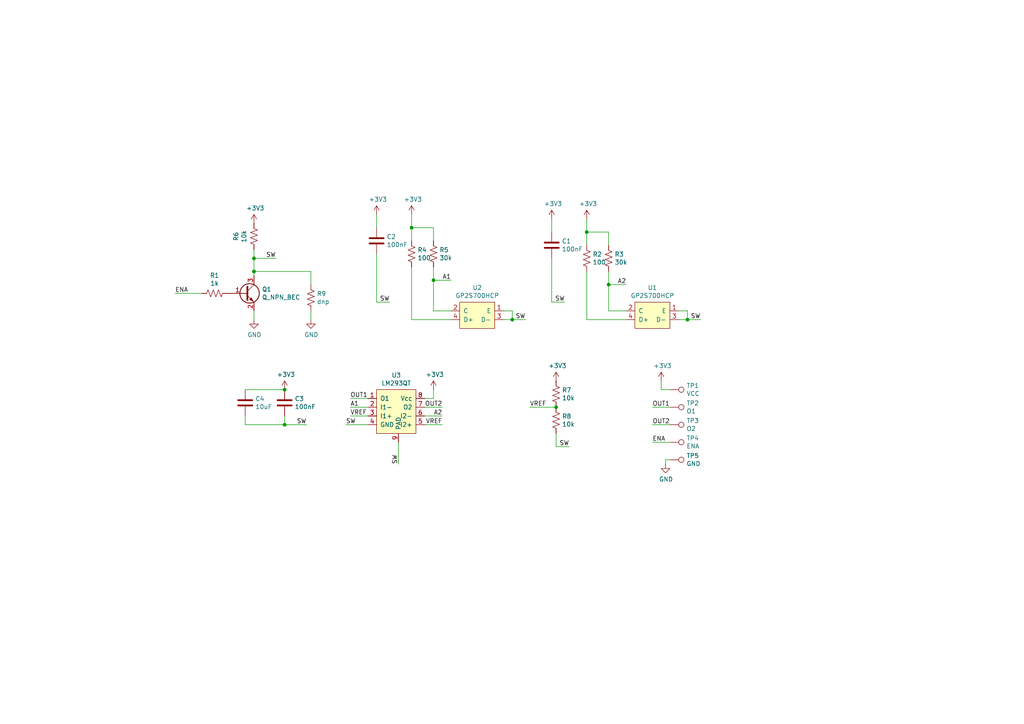
<source format=kicad_sch>
(kicad_sch (version 20211123) (generator eeschema)
  (paper "A4")
  (lib_symbols
    (symbol "Connector:TestPoint" (pin_numbers hide) (pin_names (offset 0.762) hide)
      (property "Reference" "TP" (at 0 6.858 0))
      (property "Value" "TestPoint" (at 0 5.08 0))
      (symbol "TestPoint_0_1"
        (circle (center 0 3.302) (radius 0.762))
      )
      (symbol "TestPoint_1_1"
        (pin passive line (at 0 0 90) (length 2.54) (name "1") (number "1"))
      )
    )
    (symbol "Device:C" (pin_numbers hide) (pin_names (offset 0.254))
      (property "Reference" "C" (at 0.635 2.54 0))
      (property "Value" "C" (at 0.635 -2.54 0))
      (symbol "C_0_1"
        (polyline (pts (xy -2.032 -0.762) (xy 2.032 -0.762)) (stroke (width 0.508)))
        (polyline (pts (xy -2.032 0.762) (xy 2.032 0.762)) (stroke (width 0.508)))
      )
      (symbol "C_1_1"
        (pin passive line (at 0 3.81 270) (length 2.794) (name "~") (number "1"))
        (pin passive line (at 0 -3.81 90) (length 2.794) (name "~") (number "2"))
      )
    )
    (symbol "Device:Q_NPN_BEC" (pin_names (offset 0) hide)
      (property "Reference" "Q" (at 5.08 1.27 0))
      (property "Value" "Q_NPN_BEC" (at 5.08 -1.27 0))
      (symbol "Q_NPN_BEC_0_1"
        (polyline (pts (xy 0.635 0.635) (xy 2.54 2.54)))
        (polyline (pts (xy 0.635 -0.635) (xy 2.54 -2.54) (xy 2.54 -2.54)))
        (polyline (pts (xy 0.635 1.905) (xy 0.635 -1.905) (xy 0.635 -1.905)) (stroke (width 0.508)))
        (polyline (pts (xy 1.27 -1.778) (xy 1.778 -1.27) (xy 2.286 -2.286) (xy 1.27 -1.778) (xy 1.27 -1.778)) (fill (type outline)))
        (circle (center 1.27 0) (radius 2.8194) (stroke (width 0.254)))
      )
      (symbol "Q_NPN_BEC_1_1"
        (pin input line (at -5.08 0 0) (length 5.715) (name "B") (number "1"))
        (pin passive line (at 2.54 -5.08 90) (length 2.54) (name "E") (number "2"))
        (pin passive line (at 2.54 5.08 270) (length 2.54) (name "C") (number "3"))
      )
    )
    (symbol "Device:R_US" (pin_numbers hide) (pin_names (offset 0))
      (property "Reference" "R" (at 2.54 0 90))
      (property "Value" "R_US" (at -2.54 0 90))
      (symbol "R_US_0_1"
        (polyline (pts (xy 0 -2.286) (xy 0 -2.54)))
        (polyline (pts (xy 0 2.286) (xy 0 2.54)))
        (polyline (pts (xy 0 -0.762) (xy 1.016 -1.143) (xy 0 -1.524) (xy -1.016 -1.905) (xy 0 -2.286)))
        (polyline (pts (xy 0 0.762) (xy 1.016 0.381) (xy 0 0) (xy -1.016 -0.381) (xy 0 -0.762)))
        (polyline (pts (xy 0 2.286) (xy 1.016 1.905) (xy 0 1.524) (xy -1.016 1.143) (xy 0 0.762)))
      )
      (symbol "R_US_1_1"
        (pin passive line (at 0 3.81 270) (length 1.27) (name "~") (number "1"))
        (pin passive line (at 0 -3.81 90) (length 1.27) (name "~") (number "2"))
      )
    )
    (symbol "ZooidsV2:GP2S700HCP" (pin_names (offset 1.016))
      (property "Reference" "U" (at 0 0 0))
      (property "Value" "GP2S700HCP" (at 0 2.54 0))
      (symbol "GP2S700HCP_0_1"
        (rectangle (start -5.08 -1.27) (end 5.08 -8.89) (fill (type background)))
      )
      (symbol "GP2S700HCP_1_1"
        (pin input line (at 7.62 -3.81 180) (length 2.54) (name "E") (number "1"))
        (pin input line (at -7.62 -3.81 0) (length 2.54) (name "C") (number "2"))
        (pin input line (at 7.62 -6.35 180) (length 2.54) (name "D-") (number "3"))
        (pin input line (at -7.62 -6.35 0) (length 2.54) (name "D+") (number "4"))
      )
    )
    (symbol "ZooidsV2:LM293QT" (pin_names (offset 1.016))
      (property "Reference" "U" (at 0 0 0))
      (property "Value" "LM293QT" (at 0 1.27 0))
      (symbol "LM293QT_0_1"
        (rectangle (start -5.08 -1.27) (end 6.35 -13.97) (fill (type background)))
      )
      (symbol "LM293QT_1_1"
        (pin input line (at -7.62 -3.81 0) (length 2.54) (name "O1") (number "1"))
        (pin input line (at -7.62 -6.35 0) (length 2.54) (name "I1-") (number "2"))
        (pin input line (at -7.62 -8.89 0) (length 2.54) (name "I1+") (number "3"))
        (pin input line (at -7.62 -11.43 0) (length 2.54) (name "GND") (number "4"))
        (pin input line (at 8.89 -11.43 180) (length 2.54) (name "I2+") (number "5"))
        (pin input line (at 8.89 -8.89 180) (length 2.54) (name "I2-") (number "6"))
        (pin input line (at 8.89 -6.35 180) (length 2.54) (name "O2") (number "7"))
        (pin input line (at 8.89 -3.81 180) (length 2.54) (name "Vcc") (number "8"))
        (pin input line (at 1.27 -16.51 90) (length 2.54) (name "PAD") (number "9"))
      )
    )
    (symbol "power:+3.3V" (power) (pin_names (offset 0))
      (property "Value" "+3.3V" (at 0 3.556 0))
      (symbol "+3.3V_0_1"
        (polyline (pts (xy -0.762 1.27) (xy 0 2.54)))
        (polyline (pts (xy 0 0) (xy 0 2.54)))
        (polyline (pts (xy 0 2.54) (xy 0.762 1.27)))
      )
      (symbol "+3.3V_1_1"
        (pin power_in line (at 0 0 90) (length 0) hide (name "+3V3") (number "1"))
      )
    )
    (symbol "power:GND" (power) (pin_names (offset 0))
      (property "Value" "GND" (at 0 -3.81 0))
      (symbol "GND_0_1"
        (polyline (pts (xy 0 0) (xy 0 -1.27) (xy 1.27 -1.27) (xy 0 -2.54) (xy -1.27 -1.27) (xy 0 -1.27)))
      )
      (symbol "GND_1_1"
        (pin power_in line (at 0 0 270) (length 0) hide (name "GND") (number "1"))
      )
    )
  )
  (junction (at 125.73 81.28))
  (junction (at 82.55 123.19))
  (junction (at 119.38 66.04))
  (junction (at 82.55 113.03))
  (junction (at 176.53 82.55))
  (junction (at 170.18 67.31))
  (junction (at 161.29 118.11))
  (junction (at 148.59 92.71))
  (junction (at 199.39 92.71))
  (junction (at 73.66 74.93))
  (junction (at 73.66 78.74))
  (wire (pts (xy 170.18 67.31) (xy 170.18 63.5)))
  (wire (pts (xy 176.53 78.74) (xy 176.53 82.55)))
  (wire (pts (xy 125.73 66.04) (xy 125.73 69.85)))
  (wire (pts (xy 176.53 90.17) (xy 181.61 90.17)))
  (wire (pts (xy 119.38 77.47) (xy 119.38 92.71)))
  (wire (pts (xy 73.66 74.93) (xy 73.66 72.39)))
  (wire (pts (xy 176.53 82.55) (xy 176.53 90.17)))
  (wire (pts (xy 153.67 118.11) (xy 161.29 118.11)))
  (wire (pts (xy 73.66 90.17) (xy 73.66 92.71)))
  (wire (pts (xy 90.17 78.74) (xy 73.66 78.74)))
  (wire (pts (xy 161.29 129.54) (xy 165.1 129.54)))
  (wire (pts (xy 125.73 115.57) (xy 125.73 113.03)))
  (wire (pts (xy 82.55 123.19) (xy 82.55 120.65)))
  (wire (pts (xy 119.38 92.71) (xy 130.81 92.71)))
  (wire (pts (xy 71.12 123.19) (xy 82.55 123.19)))
  (wire (pts (xy 71.12 120.65) (xy 71.12 123.19)))
  (wire (pts (xy 90.17 90.17) (xy 90.17 92.71)))
  (wire (pts (xy 194.31 113.03) (xy 191.77 113.03)))
  (wire (pts (xy 125.73 90.17) (xy 130.81 90.17)))
  (wire (pts (xy 73.66 74.93) (xy 80.01 74.93)))
  (wire (pts (xy 73.66 80.01) (xy 73.66 78.74)))
  (wire (pts (xy 176.53 67.31) (xy 176.53 71.12)))
  (wire (pts (xy 160.02 67.31) (xy 160.02 63.5)))
  (wire (pts (xy 123.19 123.19) (xy 128.27 123.19)))
  (wire (pts (xy 170.18 71.12) (xy 170.18 67.31)))
  (wire (pts (xy 109.22 87.63) (xy 113.03 87.63)))
  (wire (pts (xy 125.73 81.28) (xy 125.73 90.17)))
  (wire (pts (xy 106.68 120.65) (xy 101.6 120.65)))
  (wire (pts (xy 125.73 77.47) (xy 125.73 81.28)))
  (wire (pts (xy 199.39 92.71) (xy 196.85 92.71)))
  (wire (pts (xy 50.8 85.09) (xy 58.42 85.09)))
  (wire (pts (xy 193.04 134.62) (xy 193.04 133.35)))
  (wire (pts (xy 189.23 118.11) (xy 194.31 118.11)))
  (wire (pts (xy 161.29 125.73) (xy 161.29 129.54)))
  (wire (pts (xy 193.04 133.35) (xy 194.31 133.35)))
  (wire (pts (xy 196.85 90.17) (xy 199.39 90.17)))
  (wire (pts (xy 119.38 66.04) (xy 119.38 62.23)))
  (wire (pts (xy 125.73 81.28) (xy 130.81 81.28)))
  (wire (pts (xy 71.12 113.03) (xy 82.55 113.03)))
  (wire (pts (xy 199.39 92.71) (xy 203.2 92.71)))
  (wire (pts (xy 123.19 120.65) (xy 128.27 120.65)))
  (wire (pts (xy 123.19 115.57) (xy 125.73 115.57)))
  (wire (pts (xy 170.18 92.71) (xy 181.61 92.71)))
  (wire (pts (xy 160.02 87.63) (xy 163.83 87.63)))
  (wire (pts (xy 199.39 90.17) (xy 199.39 92.71)))
  (wire (pts (xy 160.02 74.93) (xy 160.02 87.63)))
  (wire (pts (xy 106.68 115.57) (xy 101.6 115.57)))
  (wire (pts (xy 106.68 118.11) (xy 101.6 118.11)))
  (wire (pts (xy 119.38 66.04) (xy 125.73 66.04)))
  (wire (pts (xy 106.68 123.19) (xy 100.33 123.19)))
  (wire (pts (xy 194.31 123.19) (xy 189.23 123.19)))
  (wire (pts (xy 109.22 73.66) (xy 109.22 87.63)))
  (wire (pts (xy 123.19 118.11) (xy 128.27 118.11)))
  (wire (pts (xy 82.55 123.19) (xy 88.9 123.19)))
  (wire (pts (xy 109.22 66.04) (xy 109.22 62.23)))
  (wire (pts (xy 119.38 69.85) (xy 119.38 66.04)))
  (wire (pts (xy 191.77 113.03) (xy 191.77 110.49)))
  (wire (pts (xy 115.57 128.27) (xy 115.57 134.62)))
  (wire (pts (xy 148.59 90.17) (xy 148.59 92.71)))
  (wire (pts (xy 189.23 128.27) (xy 194.31 128.27)))
  (wire (pts (xy 148.59 92.71) (xy 152.4 92.71)))
  (wire (pts (xy 90.17 82.55) (xy 90.17 78.74)))
  (wire (pts (xy 148.59 92.71) (xy 146.05 92.71)))
  (wire (pts (xy 170.18 67.31) (xy 176.53 67.31)))
  (wire (pts (xy 73.66 78.74) (xy 73.66 74.93)))
  (wire (pts (xy 146.05 90.17) (xy 148.59 90.17)))
  (wire (pts (xy 181.61 82.55) (xy 176.53 82.55)))
  (wire (pts (xy 170.18 78.74) (xy 170.18 92.71)))
  (label "SW" (at 100.33 123.19 0))
  (label "A2" (at 128.27 120.65 180))
  (label "A1" (at 101.6 118.11 0))
  (label "SW" (at 152.4 92.71 180))
  (label "VREF" (at 153.67 118.11 0))
  (label "SW" (at 203.2 92.71 180))
  (label "VREF" (at 128.27 123.19 180))
  (label "A2" (at 181.61 82.55 180))
  (label "OUT2" (at 189.23 123.19 0))
  (label "OUT1" (at 189.23 118.11 0))
  (label "ENA" (at 50.8 85.09 0))
  (label "SW" (at 115.57 134.62 90))
  (label "OUT2" (at 128.27 118.11 180))
  (label "SW" (at 80.01 74.93 180))
  (label "SW" (at 165.1 129.54 180))
  (label "SW" (at 88.9 123.19 180))
  (label "A1" (at 130.81 81.28 180))
  (label "SW" (at 163.83 87.63 180))
  (label "VREF" (at 101.6 120.65 0))
  (label "OUT1" (at 101.6 115.57 0))
  (label "SW" (at 113.03 87.63 180))
  (label "ENA" (at 189.23 128.27 0))
  (symbol (lib_id "Device:R_US") (at 73.66 68.58 0) (unit 1)
    (property "Reference" "R6" (at 68.453 68.58 90))
    (property "Value" "10k" (at 70.7644 68.58 90))
    (property "Footprint" "Resistor_SMD:R_0402_1005Metric" (effects hide))
  )
  (symbol (lib_id "power:+3.3V") (at 73.66 64.77 0) (unit 1)
    (property "Reference" "#PWR0106" (effects hide))
    (property "Value" "+3.3V" (at 74.041 60.3758 0))
  )
  (symbol (lib_id "ZooidsV2:LM293QT") (at 114.3 111.76 0) (unit 1)
    (property "Reference" "U3" (at 114.935 108.839 0))
    (property "Value" "LM293QT" (at 114.935 111.1504 0))
    (property "Footprint" "Package_DFN_QFN:DFN-8-1EP_2x2mm_P0.5mm_EP0.6x1.2mm" (effects hide))
    (property "Datasheet" "https://www.st.com/content/ccc/resource/technical/document/datasheet/group1/b4/cc/cf/13/18/28/44/f5/CD00000465/files/CD00000465.pdf/jcr:content/translations/en.CD00000465.pdf" (effects hide))
  )
  (symbol (lib_id "power:+3.3V") (at 125.73 113.03 0) (unit 1)
    (property "Reference" "#PWR0107" (effects hide))
    (property "Value" "+3.3V" (at 126.111 108.6358 0))
  )
  (symbol (lib_id "Device:C") (at 82.55 116.84 0) (unit 1)
    (property "Reference" "C3" (at 85.471 115.6716 0) (effects (justify left)))
    (property "Value" "100nF" (at 85.471 117.983 0) (effects (justify left)))
    (property "Footprint" "Capacitor_SMD:C_0402_1005Metric" (effects hide))
  )
  (symbol (lib_id "power:+3.3V") (at 82.55 113.03 0) (unit 1)
    (property "Reference" "#PWR0108" (effects hide))
    (property "Value" "+3.3V" (at 82.931 108.6358 0))
  )
  (symbol (lib_id "Device:R_US") (at 161.29 114.3 180) (unit 1)
    (property "Reference" "R7" (at 163.0172 113.1316 0) (effects (justify right)))
    (property "Value" "10k" (at 163.0172 115.443 0) (effects (justify right)))
    (property "Footprint" "Resistor_SMD:R_0402_1005Metric" (effects hide))
  )
  (symbol (lib_id "Device:R_US") (at 161.29 121.92 180) (unit 1)
    (property "Reference" "R8" (at 163.0172 120.7516 0) (effects (justify right)))
    (property "Value" "10k" (at 163.0172 123.063 0) (effects (justify right)))
    (property "Footprint" "Resistor_SMD:R_0402_1005Metric" (effects hide))
  )
  (symbol (lib_id "power:+3.3V") (at 161.29 110.49 0) (unit 1)
    (property "Reference" "#PWR0109" (effects hide))
    (property "Value" "+3.3V" (at 161.671 106.0958 0))
  )
  (symbol (lib_id "Connector:TestPoint") (at 194.31 113.03 270) (unit 1)
    (property "Reference" "TP1" (at 199.0852 111.8616 90) (effects (justify left)))
    (property "Value" "VCC" (at 199.0852 114.173 90) (effects (justify left)))
    (property "Footprint" "TestPoint:TestPoint_Pad_D1.0mm" (effects hide))
  )
  (symbol (lib_id "Connector:TestPoint") (at 194.31 118.11 270) (unit 1)
    (property "Reference" "TP2" (at 199.0852 116.9416 90) (effects (justify left)))
    (property "Value" "O1" (at 199.0852 119.253 90) (effects (justify left)))
    (property "Footprint" "TestPoint:TestPoint_Pad_D1.0mm" (effects hide))
  )
  (symbol (lib_id "Connector:TestPoint") (at 194.31 123.19 270) (unit 1)
    (property "Reference" "TP3" (at 199.0852 122.0216 90) (effects (justify left)))
    (property "Value" "O2" (at 199.0852 124.333 90) (effects (justify left)))
    (property "Footprint" "TestPoint:TestPoint_Pad_D1.0mm" (effects hide))
  )
  (symbol (lib_id "Connector:TestPoint") (at 194.31 128.27 270) (unit 1)
    (property "Reference" "TP4" (at 199.0852 127.1016 90) (effects (justify left)))
    (property "Value" "ENA" (at 199.0852 129.413 90) (effects (justify left)))
    (property "Footprint" "TestPoint:TestPoint_Pad_D1.0mm" (effects hide))
  )
  (symbol (lib_id "Connector:TestPoint") (at 194.31 133.35 270) (unit 1)
    (property "Reference" "TP5" (at 199.0852 132.1816 90) (effects (justify left)))
    (property "Value" "GND" (at 199.0852 134.493 90) (effects (justify left)))
    (property "Footprint" "TestPoint:TestPoint_Pad_D1.0mm" (effects hide))
  )
  (symbol (lib_id "power:+3.3V") (at 191.77 110.49 0) (unit 1)
    (property "Reference" "#PWR0110" (effects hide))
    (property "Value" "+3.3V" (at 192.151 106.0958 0))
  )
  (symbol (lib_id "power:GND") (at 193.04 134.62 0) (unit 1)
    (property "Reference" "#PWR0111" (effects hide))
    (property "Value" "GND" (at 193.167 139.0142 0))
  )
  (symbol (lib_id "Device:Q_NPN_BEC") (at 71.12 85.09 0) (unit 1)
    (property "Reference" "Q1" (at 75.9714 83.9216 0) (effects (justify left)))
    (property "Value" "Q_NPN_BEC" (at 75.9714 86.233 0) (effects (justify left)))
    (property "Footprint" "Package_TO_SOT_SMD:SOT-23" (effects hide))
    (property "Datasheet" "https://www.digikey.com/en/products/detail/nexperia-usa-inc/BC817-40-215/763235" (effects hide))
  )
  (symbol (lib_id "power:GND") (at 73.66 92.71 0) (unit 1)
    (property "Reference" "#PWR0101" (effects hide))
    (property "Value" "GND" (at 73.787 97.1042 0))
  )
  (symbol (lib_id "Device:R_US") (at 62.23 85.09 270) (unit 1)
    (property "Reference" "R1" (at 62.23 79.883 90))
    (property "Value" "1k" (at 62.23 82.1944 90))
    (property "Footprint" "Resistor_SMD:R_0402_1005Metric" (effects hide))
  )
  (symbol (lib_id "ZooidsV2:GP2S700HCP") (at 189.23 86.36 0) (unit 1)
    (property "Reference" "U1" (at 189.23 83.439 0))
    (property "Value" "GP2S700HCP" (at 189.23 85.7504 0))
    (property "Footprint" "AcousticSwarm:GP2S700HCP" (effects hide))
    (property "Datasheet" "https://global.sharp/products/device/lineup/data/pdf/datasheet/gp2s700hcp_e.pdf" (effects hide))
  )
  (symbol (lib_id "Device:R_US") (at 176.53 74.93 180) (unit 1)
    (property "Reference" "R3" (at 178.2572 73.7616 0) (effects (justify right)))
    (property "Value" "30k" (at 178.2572 76.073 0) (effects (justify right)))
    (property "Footprint" "Resistor_SMD:R_0402_1005Metric" (effects hide))
  )
  (symbol (lib_id "Device:R_US") (at 170.18 74.93 180) (unit 1)
    (property "Reference" "R2" (at 171.9072 73.7616 0) (effects (justify right)))
    (property "Value" "100" (at 171.9072 76.073 0) (effects (justify right)))
    (property "Footprint" "Resistor_SMD:R_0402_1005Metric" (effects hide))
  )
  (symbol (lib_id "power:+3.3V") (at 170.18 63.5 0) (unit 1)
    (property "Reference" "#PWR0102" (effects hide))
    (property "Value" "+3.3V" (at 170.561 59.1058 0))
  )
  (symbol (lib_id "power:+3.3V") (at 160.02 63.5 0) (unit 1)
    (property "Reference" "#PWR0103" (effects hide))
    (property "Value" "+3.3V" (at 160.401 59.1058 0))
  )
  (symbol (lib_id "Device:C") (at 160.02 71.12 0) (unit 1)
    (property "Reference" "C1" (at 162.941 69.9516 0) (effects (justify left)))
    (property "Value" "100nF" (at 162.941 72.263 0) (effects (justify left)))
    (property "Footprint" "Capacitor_SMD:C_0402_1005Metric" (effects hide))
  )
  (symbol (lib_id "ZooidsV2:GP2S700HCP") (at 138.43 86.36 0) (unit 1)
    (property "Reference" "U2" (at 138.43 83.439 0))
    (property "Value" "GP2S700HCP" (at 138.43 85.7504 0))
    (property "Footprint" "AcousticSwarm:GP2S700HCP" (effects hide))
    (property "Datasheet" "https://global.sharp/products/device/lineup/data/pdf/datasheet/gp2s700hcp_e.pdf" (effects hide))
  )
  (symbol (lib_id "Device:R_US") (at 125.73 73.66 180) (unit 1)
    (property "Reference" "R5" (at 127.4572 72.4916 0) (effects (justify right)))
    (property "Value" "30k" (at 127.4572 74.803 0) (effects (justify right)))
    (property "Footprint" "Resistor_SMD:R_0402_1005Metric" (effects hide))
  )
  (symbol (lib_id "Device:R_US") (at 119.38 73.66 180) (unit 1)
    (property "Reference" "R4" (at 121.1072 72.4916 0) (effects (justify right)))
    (property "Value" "100" (at 121.1072 74.803 0) (effects (justify right)))
    (property "Footprint" "Resistor_SMD:R_0402_1005Metric" (effects hide))
  )
  (symbol (lib_id "power:+3.3V") (at 119.38 62.23 0) (unit 1)
    (property "Reference" "#PWR0104" (effects hide))
    (property "Value" "+3.3V" (at 119.761 57.8358 0))
  )
  (symbol (lib_id "power:+3.3V") (at 109.22 62.23 0) (unit 1)
    (property "Reference" "#PWR0105" (effects hide))
    (property "Value" "+3.3V" (at 109.601 57.8358 0))
  )
  (symbol (lib_id "Device:C") (at 109.22 69.85 0) (unit 1)
    (property "Reference" "C2" (at 112.141 68.6816 0) (effects (justify left)))
    (property "Value" "100nF" (at 112.141 70.993 0) (effects (justify left)))
    (property "Footprint" "Capacitor_SMD:C_0402_1005Metric" (effects hide))
  )
  (symbol (lib_id "Device:C") (at 71.12 116.84 0) (unit 1)
    (property "Reference" "C4" (at 74.041 115.6716 0) (effects (justify left)))
    (property "Value" "10uF" (at 74.041 117.983 0) (effects (justify left)))
    (property "Footprint" "Capacitor_SMD:C_0402_1005Metric" (effects hide))
  )
  (symbol (lib_id "Device:R_US") (at 90.17 86.36 180) (unit 1)
    (property "Reference" "R9" (at 91.8972 85.1916 0) (effects (justify right)))
    (property "Value" "dnp" (at 91.8972 87.503 0) (effects (justify right)))
    (property "Footprint" "Resistor_SMD:R_0402_1005Metric" (effects hide))
  )
  (symbol (lib_id "power:GND") (at 90.17 92.71 0) (unit 1)
    (property "Reference" "#PWR0112" (effects hide))
    (property "Value" "GND" (at 90.297 97.1042 0))
  )
)
</source>
